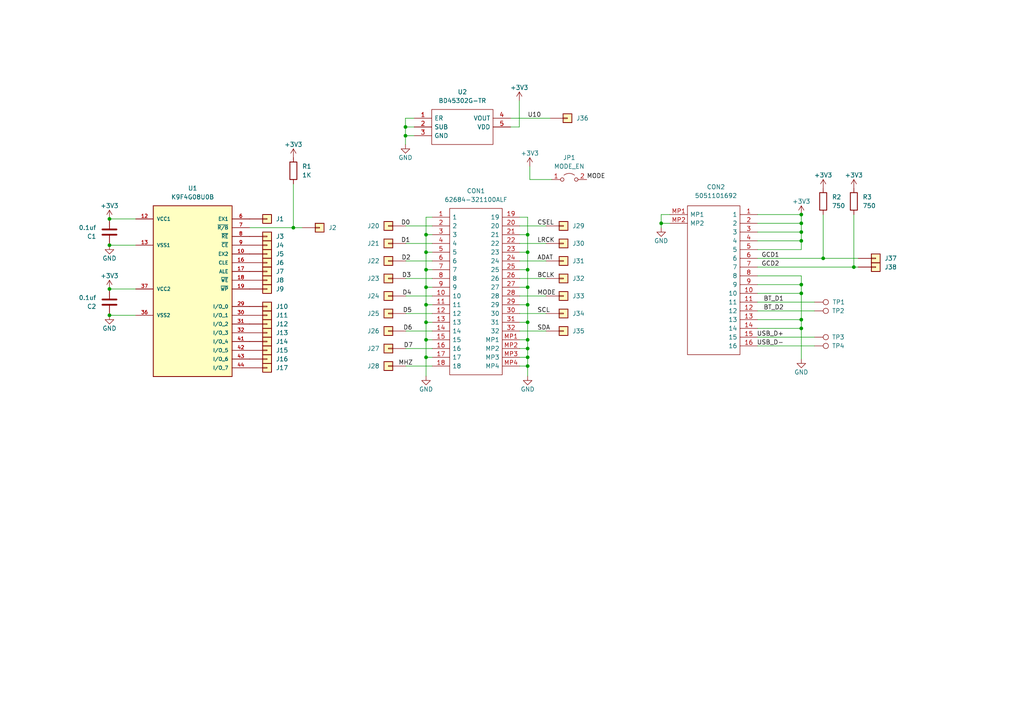
<source format=kicad_sch>
(kicad_sch (version 20210621) (generator eeschema)
  (paper "A4")
  (title_block (rev "3.1"))
  (lib_symbols
    (symbol "5051101692:5051101692" (pin_names (offset 0.762))
      (property "Reference" "J" (at 21.59 7.62 0))
      (property "Value" "5051101692" (at 21.59 5.08 0))
      (symbol "5051101692_0_0"
        (pin passive line (at 25.4 0 180) (length 5.08) (name "1") (number "1"))
        (pin passive line (at 25.4 -22.86 180) (length 5.08) (name "10") (number "10"))
        (pin passive line (at 25.4 -25.4 180) (length 5.08) (name "11") (number "11"))
        (pin passive line (at 25.4 -27.94 180) (length 5.08) (name "12") (number "12"))
        (pin passive line (at 25.4 -30.48 180) (length 5.08) (name "13") (number "13"))
        (pin passive line (at 25.4 -33.02 180) (length 5.08) (name "14") (number "14"))
        (pin passive line (at 25.4 -35.56 180) (length 5.08) (name "15") (number "15"))
        (pin passive line (at 25.4 -38.1 180) (length 5.08) (name "16") (number "16"))
        (pin passive line (at 25.4 -2.54 180) (length 5.08) (name "2") (number "2"))
        (pin passive line (at 25.4 -5.08 180) (length 5.08) (name "3") (number "3"))
        (pin passive line (at 25.4 -7.62 180) (length 5.08) (name "4") (number "4"))
        (pin passive line (at 25.4 -10.16 180) (length 5.08) (name "5") (number "5"))
        (pin passive line (at 25.4 -12.7 180) (length 5.08) (name "6") (number "6"))
        (pin passive line (at 25.4 -15.24 180) (length 5.08) (name "7") (number "7"))
        (pin passive line (at 25.4 -17.78 180) (length 5.08) (name "8") (number "8"))
        (pin passive line (at 25.4 -20.32 180) (length 5.08) (name "9") (number "9"))
        (pin passive line (at 0 0 0) (length 5.08) (name "MP1") (number "MP1"))
        (pin passive line (at 0 -2.54 0) (length 5.08) (name "MP2") (number "MP2"))
      )
      (symbol "5051101692_0_1"
        (polyline (pts (xy 5.08 2.54) (xy 20.32 2.54) (xy 20.32 -40.64) (xy 5.08 -40.64) (xy 5.08 2.54)) (stroke (width 0.1524)))
      )
    )
    (symbol "62684-321100ALF:62684-321100ALF" (pin_names (offset 0.762))
      (property "Reference" "J" (at 21.59 7.62 0))
      (property "Value" "62684-321100ALF" (at 21.59 5.08 0))
      (symbol "62684-321100ALF_0_0"
        (pin passive line (at 0 0 0) (length 5.08) (name "1") (number "1"))
        (pin passive line (at 0 -22.86 0) (length 5.08) (name "10") (number "10"))
        (pin passive line (at 0 -25.4 0) (length 5.08) (name "11") (number "11"))
        (pin passive line (at 0 -27.94 0) (length 5.08) (name "12") (number "12"))
        (pin passive line (at 0 -30.48 0) (length 5.08) (name "13") (number "13"))
        (pin passive line (at 0 -33.02 0) (length 5.08) (name "14") (number "14"))
        (pin passive line (at 0 -35.56 0) (length 5.08) (name "15") (number "15"))
        (pin passive line (at 0 -38.1 0) (length 5.08) (name "16") (number "16"))
        (pin passive line (at 0 -40.64 0) (length 5.08) (name "17") (number "17"))
        (pin passive line (at 0 -43.18 0) (length 5.08) (name "18") (number "18"))
        (pin passive line (at 25.4 0 180) (length 5.08) (name "19") (number "19"))
        (pin passive line (at 0 -2.54 0) (length 5.08) (name "2") (number "2"))
        (pin passive line (at 25.4 -2.54 180) (length 5.08) (name "20") (number "20"))
        (pin passive line (at 25.4 -5.08 180) (length 5.08) (name "21") (number "21"))
        (pin passive line (at 25.4 -7.62 180) (length 5.08) (name "22") (number "22"))
        (pin passive line (at 25.4 -10.16 180) (length 5.08) (name "23") (number "23"))
        (pin passive line (at 25.4 -12.7 180) (length 5.08) (name "24") (number "24"))
        (pin passive line (at 25.4 -15.24 180) (length 5.08) (name "25") (number "25"))
        (pin passive line (at 25.4 -17.78 180) (length 5.08) (name "26") (number "26"))
        (pin passive line (at 25.4 -20.32 180) (length 5.08) (name "27") (number "27"))
        (pin passive line (at 25.4 -22.86 180) (length 5.08) (name "28") (number "28"))
        (pin passive line (at 25.4 -25.4 180) (length 5.08) (name "29") (number "29"))
        (pin passive line (at 0 -5.08 0) (length 5.08) (name "3") (number "3"))
        (pin passive line (at 25.4 -27.94 180) (length 5.08) (name "30") (number "30"))
        (pin passive line (at 25.4 -30.48 180) (length 5.08) (name "31") (number "31"))
        (pin passive line (at 25.4 -33.02 180) (length 5.08) (name "32") (number "32"))
        (pin passive line (at 0 -7.62 0) (length 5.08) (name "4") (number "4"))
        (pin passive line (at 0 -10.16 0) (length 5.08) (name "5") (number "5"))
        (pin passive line (at 0 -12.7 0) (length 5.08) (name "6") (number "6"))
        (pin passive line (at 0 -15.24 0) (length 5.08) (name "7") (number "7"))
        (pin passive line (at 0 -17.78 0) (length 5.08) (name "8") (number "8"))
        (pin passive line (at 0 -20.32 0) (length 5.08) (name "9") (number "9"))
        (pin passive line (at 25.4 -35.56 180) (length 5.08) (name "MP1") (number "MP1"))
        (pin passive line (at 25.4 -38.1 180) (length 5.08) (name "MP2") (number "MP2"))
        (pin passive line (at 25.4 -40.64 180) (length 5.08) (name "MP3") (number "MP3"))
        (pin passive line (at 25.4 -43.18 180) (length 5.08) (name "MP4") (number "MP4"))
      )
      (symbol "62684-321100ALF_0_1"
        (polyline (pts (xy 5.08 2.54) (xy 20.32 2.54) (xy 20.32 -45.72) (xy 5.08 -45.72) (xy 5.08 2.54)) (stroke (width 0.1524)))
      )
    )
    (symbol "BD45302G-TR:BD45302G-TR" (pin_names (offset 0.762))
      (property "Reference" "IC" (at 24.13 7.62 0))
      (property "Value" "BD45302G-TR" (at 24.13 5.08 0))
      (symbol "BD45302G-TR_0_0"
        (pin passive line (at 0 0 0) (length 5.08) (name "ER") (number "1"))
        (pin passive line (at 0 -2.54 0) (length 5.08) (name "SUB") (number "2"))
        (pin passive line (at 0 -5.08 0) (length 5.08) (name "GND") (number "3"))
        (pin passive line (at 27.94 0 180) (length 5.08) (name "VOUT") (number "4"))
        (pin passive line (at 27.94 -2.54 180) (length 5.08) (name "VDD") (number "5"))
      )
      (symbol "BD45302G-TR_0_1"
        (polyline (pts (xy 5.08 2.54) (xy 22.86 2.54) (xy 22.86 -7.62) (xy 5.08 -7.62) (xy 5.08 2.54)) (stroke (width 0.1524)))
      )
    )
    (symbol "Connector:TestPoint" (pin_numbers hide) (pin_names (offset 0.762) hide)
      (property "Reference" "TP" (at 0 6.858 0))
      (property "Value" "TestPoint" (at 0 5.08 0))
      (symbol "TestPoint_0_1"
        (circle (center 0 3.302) (radius 0.762))
      )
      (symbol "TestPoint_1_1"
        (pin passive line (at 0 0 90) (length 2.54) (name "1") (number "1"))
      )
    )
    (symbol "Connector_Generic:Conn_01x01" (pin_numbers hide) (pin_names (offset 1.016) hide)
      (property "Reference" "J" (at 0 2.54 0))
      (property "Value" "Conn_01x01" (at 0 -2.54 0))
      (symbol "Conn_01x01_1_1"
        (rectangle (start -1.27 0.127) (end 0 -0.127) (stroke (width 0.1524)))
        (rectangle (start -1.27 1.27) (end 1.27 -1.27) (stroke (width 0.254)) (fill (type background)))
        (pin passive line (at -5.08 0 0) (length 3.81) (name "Pin_1") (number "1"))
      )
    )
    (symbol "Device:C" (pin_numbers hide) (pin_names (offset 0.254))
      (property "Reference" "C" (at 0.635 2.54 0))
      (property "Value" "C" (at 0.635 -2.54 0))
      (symbol "C_0_1"
        (polyline (pts (xy -2.032 -0.762) (xy 2.032 -0.762)) (stroke (width 0.508)))
        (polyline (pts (xy -2.032 0.762) (xy 2.032 0.762)) (stroke (width 0.508)))
      )
      (symbol "C_1_1"
        (pin passive line (at 0 3.81 270) (length 2.794) (name "~") (number "1"))
        (pin passive line (at 0 -3.81 90) (length 2.794) (name "~") (number "2"))
      )
    )
    (symbol "Device:R" (pin_numbers hide) (pin_names (offset 0))
      (property "Reference" "R" (at 2.032 0 90))
      (property "Value" "R" (at 0 0 90))
      (symbol "R_0_1"
        (rectangle (start -1.016 -2.54) (end 1.016 2.54) (stroke (width 0.254)))
      )
      (symbol "R_1_1"
        (pin passive line (at 0 3.81 270) (length 1.27) (name "~") (number "1"))
        (pin passive line (at 0 -3.81 90) (length 1.27) (name "~") (number "2"))
      )
    )
    (symbol "Jumper:Jumper_2_Open" (pin_names (offset 0) hide)
      (property "Reference" "JP" (at 0 2.794 0))
      (property "Value" "Jumper_2_Open" (at 0 -2.286 0))
      (symbol "Jumper_2_Open_0_0"
        (circle (center -2.032 0) (radius 0.508))
        (circle (center 2.032 0) (radius 0.508))
      )
      (symbol "Jumper_2_Open_0_1"
        (arc (start -1.524 1.27) (end 1.524 1.27) (radius (at 0 -0.762) (length 2.54) (angles 126.9 53.1)))
      )
      (symbol "Jumper_2_Open_1_1"
        (pin passive line (at -5.08 0 0) (length 2.54) (name "A") (number "1"))
        (pin passive line (at 5.08 0 180) (length 2.54) (name "B") (number "2"))
      )
    )
    (symbol "K9F4G08U0B:K9F4G08U0B_1" (pin_names (offset 1.016))
      (property "Reference" "U1" (at 11.43 54.61 0))
      (property "Value" "K9F4G08U0B" (at 11.43 52.07 0))
      (symbol "K9F4G08U0B_1_0_0"
        (pin bidirectional line (at 27.94 35.56 180) (length 5.08) (name "EX2") (number "10"))
        (pin passive line (at -5.08 45.72 0) (length 5.08) (name "VCC1") (number "12"))
        (pin passive line (at -5.08 38.1 0) (length 5.08) (name "VSS1") (number "13"))
        (pin bidirectional line (at 27.94 33.02 180) (length 5.08) (name "CLE") (number "16"))
        (pin bidirectional line (at 27.94 30.48 180) (length 5.08) (name "ALE") (number "17"))
        (pin bidirectional line (at 27.94 27.94 180) (length 5.08) (name "~{WE}") (number "18"))
        (pin bidirectional line (at 27.94 25.4 180) (length 5.08) (name "~{WP}") (number "19"))
        (pin bidirectional line (at 27.94 20.32 180) (length 5.08) (name "I/O_0") (number "29"))
        (pin bidirectional line (at 27.94 17.78 180) (length 5.08) (name "I/O_1") (number "30"))
        (pin bidirectional line (at 27.94 15.24 180) (length 5.08) (name "I/O_2") (number "31"))
        (pin bidirectional line (at 27.94 12.7 180) (length 5.08) (name "I/O_3") (number "32"))
        (pin passive line (at -5.08 17.78 0) (length 5.08) (name "VSS2") (number "36"))
        (pin passive line (at -5.08 25.4 0) (length 5.08) (name "VCC2") (number "37"))
        (pin bidirectional line (at 27.94 10.16 180) (length 5.08) (name "I/O_4") (number "41"))
        (pin bidirectional line (at 27.94 7.62 180) (length 5.08) (name "I/O_5") (number "42"))
        (pin bidirectional line (at 27.94 5.08 180) (length 5.08) (name "I/O_6") (number "43"))
        (pin bidirectional line (at 27.94 2.54 180) (length 5.08) (name "I/O_7") (number "44"))
        (pin bidirectional line (at 27.94 45.72 180) (length 5.08) (name "EX1") (number "6"))
        (pin bidirectional line (at 27.94 43.18 180) (length 5.08) (name "~{R/B}") (number "7"))
        (pin bidirectional line (at 27.94 40.64 180) (length 5.08) (name "~{RE}") (number "8"))
        (pin bidirectional line (at 27.94 38.1 180) (length 5.08) (name "~{CE}") (number "9"))
      )
      (symbol "K9F4G08U0B_1_0_1"
        (rectangle (start 0 49.53) (end 22.86 0) (stroke (width 0.254)) (fill (type background)))
      )
    )
    (symbol "power:+3V3" (power) (pin_names (offset 0))
      (property "Value" "+3V3" (at 0 3.556 0))
      (symbol "+3V3_0_1"
        (polyline (pts (xy -0.762 1.27) (xy 0 2.54)))
        (polyline (pts (xy 0 0) (xy 0 2.54)))
        (polyline (pts (xy 0 2.54) (xy 0.762 1.27)))
      )
      (symbol "+3V3_1_1"
        (pin power_in line (at 0 0 90) (length 0) hide (name "+3V3") (number "1"))
      )
    )
    (symbol "power:GND" (power) (pin_names (offset 0))
      (property "Value" "GND" (at 0 -3.81 0))
      (symbol "GND_0_1"
        (polyline (pts (xy 0 0) (xy 0 -1.27) (xy 1.27 -1.27) (xy 0 -2.54) (xy -1.27 -1.27) (xy 0 -1.27)))
      )
      (symbol "GND_1_1"
        (pin power_in line (at 0 0 270) (length 0) hide (name "GND") (number "1"))
      )
    )
  )
  (junction (at 31.75 63.5) (diameter 0.9144))
  (junction (at 31.75 71.12) (diameter 0.9144))
  (junction (at 31.75 83.82) (diameter 0.9144))
  (junction (at 31.75 91.44) (diameter 0.9144))
  (junction (at 85.09 66.04) (diameter 0.9144))
  (junction (at 117.602 36.83) (diameter 0.9144))
  (junction (at 117.602 39.37) (diameter 0.9144))
  (junction (at 123.571 68.072) (diameter 0.9144))
  (junction (at 123.571 73.152) (diameter 0.9144))
  (junction (at 123.571 78.232) (diameter 0.9144))
  (junction (at 123.571 83.312) (diameter 0.9144))
  (junction (at 123.571 88.392) (diameter 0.9144))
  (junction (at 123.571 93.472) (diameter 0.9144))
  (junction (at 123.571 98.552) (diameter 0.9144))
  (junction (at 123.571 103.632) (diameter 0.9144))
  (junction (at 153.035 68.072) (diameter 0.9144))
  (junction (at 153.035 73.152) (diameter 0.9144))
  (junction (at 153.035 78.232) (diameter 0.9144))
  (junction (at 153.035 83.312) (diameter 0.9144))
  (junction (at 153.035 88.392) (diameter 0.9144))
  (junction (at 153.035 93.472) (diameter 0.9144))
  (junction (at 153.035 98.552) (diameter 0.9144))
  (junction (at 153.035 101.092) (diameter 0.9144))
  (junction (at 153.035 103.632) (diameter 0.9144))
  (junction (at 153.035 106.172) (diameter 0.9144))
  (junction (at 191.77 64.77) (diameter 0.9144))
  (junction (at 232.41 62.23) (diameter 0.9144))
  (junction (at 232.41 64.77) (diameter 0.9144))
  (junction (at 232.41 67.31) (diameter 0.9144))
  (junction (at 232.41 69.85) (diameter 0.9144))
  (junction (at 232.41 82.55) (diameter 0.9144))
  (junction (at 232.41 85.09) (diameter 0.9144))
  (junction (at 232.41 92.71) (diameter 0.9144))
  (junction (at 232.41 95.25) (diameter 0.9144))
  (junction (at 238.76 74.93) (diameter 0.9144))
  (junction (at 247.65 77.47) (diameter 0.9144))
  (wire (pts (xy 31.75 63.5) (xy 39.37 63.5)))
  (wire (pts (xy 31.75 71.12) (xy 39.37 71.12)))
  (wire (pts (xy 31.75 83.82) (xy 39.37 83.82)))
  (wire (pts (xy 31.75 91.44) (xy 39.37 91.44)))
  (wire (pts (xy 85.09 53.34) (xy 85.09 66.04)))
  (wire (pts (xy 85.09 66.04) (xy 72.39 66.04)))
  (wire (pts (xy 87.63 66.04) (xy 85.09 66.04)))
  (wire (pts (xy 117.602 34.29) (xy 117.602 36.83)))
  (wire (pts (xy 117.602 36.83) (xy 117.602 39.37)))
  (wire (pts (xy 117.602 36.83) (xy 120.142 36.83)))
  (wire (pts (xy 117.602 39.37) (xy 117.602 41.91)))
  (wire (pts (xy 117.602 39.37) (xy 120.142 39.37)))
  (wire (pts (xy 117.729 65.532) (xy 125.349 65.532)))
  (wire (pts (xy 117.729 70.612) (xy 125.349 70.612)))
  (wire (pts (xy 117.729 75.692) (xy 125.349 75.692)))
  (wire (pts (xy 117.729 80.772) (xy 125.349 80.772)))
  (wire (pts (xy 117.729 85.852) (xy 125.349 85.852)))
  (wire (pts (xy 117.729 90.932) (xy 125.349 90.932)))
  (wire (pts (xy 117.729 96.012) (xy 125.349 96.012)))
  (wire (pts (xy 117.729 101.092) (xy 125.349 101.092)))
  (wire (pts (xy 117.729 106.172) (xy 125.349 106.172)))
  (wire (pts (xy 120.142 34.29) (xy 117.602 34.29)))
  (wire (pts (xy 123.571 62.992) (xy 125.349 62.992)))
  (wire (pts (xy 123.571 68.072) (xy 123.571 62.992)))
  (wire (pts (xy 123.571 68.072) (xy 125.349 68.072)))
  (wire (pts (xy 123.571 73.152) (xy 123.571 68.072)))
  (wire (pts (xy 123.571 73.152) (xy 125.349 73.152)))
  (wire (pts (xy 123.571 78.232) (xy 123.571 73.152)))
  (wire (pts (xy 123.571 78.232) (xy 125.349 78.232)))
  (wire (pts (xy 123.571 83.312) (xy 123.571 78.232)))
  (wire (pts (xy 123.571 83.312) (xy 125.349 83.312)))
  (wire (pts (xy 123.571 88.392) (xy 123.571 83.312)))
  (wire (pts (xy 123.571 88.392) (xy 125.349 88.392)))
  (wire (pts (xy 123.571 93.472) (xy 123.571 88.392)))
  (wire (pts (xy 123.571 93.472) (xy 125.349 93.472)))
  (wire (pts (xy 123.571 98.552) (xy 123.571 93.472)))
  (wire (pts (xy 123.571 98.552) (xy 123.571 103.632)))
  (wire (pts (xy 123.571 103.632) (xy 123.571 109.093)))
  (wire (pts (xy 125.349 98.552) (xy 123.571 98.552)))
  (wire (pts (xy 125.349 103.632) (xy 123.571 103.632)))
  (wire (pts (xy 148.082 34.29) (xy 159.512 34.29)))
  (wire (pts (xy 148.082 36.83) (xy 150.622 36.83)))
  (wire (pts (xy 150.622 36.83) (xy 150.622 29.21)))
  (wire (pts (xy 150.749 62.992) (xy 153.035 62.992)))
  (wire (pts (xy 150.749 68.072) (xy 153.035 68.072)))
  (wire (pts (xy 150.749 73.152) (xy 153.035 73.152)))
  (wire (pts (xy 150.749 78.232) (xy 153.035 78.232)))
  (wire (pts (xy 150.749 83.312) (xy 153.035 83.312)))
  (wire (pts (xy 150.749 88.392) (xy 153.035 88.392)))
  (wire (pts (xy 150.749 90.932) (xy 158.369 90.932)))
  (wire (pts (xy 150.749 93.472) (xy 153.035 93.472)))
  (wire (pts (xy 150.749 96.012) (xy 158.369 96.012)))
  (wire (pts (xy 150.749 98.552) (xy 153.035 98.552)))
  (wire (pts (xy 150.749 101.092) (xy 153.035 101.092)))
  (wire (pts (xy 150.749 103.632) (xy 153.035 103.632)))
  (wire (pts (xy 150.749 106.172) (xy 153.035 106.172)))
  (wire (pts (xy 153.035 68.072) (xy 153.035 62.992)))
  (wire (pts (xy 153.035 73.152) (xy 153.035 68.072)))
  (wire (pts (xy 153.035 78.232) (xy 153.035 73.152)))
  (wire (pts (xy 153.035 78.232) (xy 153.035 83.312)))
  (wire (pts (xy 153.035 83.312) (xy 153.035 88.392)))
  (wire (pts (xy 153.035 88.392) (xy 153.035 93.472)))
  (wire (pts (xy 153.035 93.472) (xy 153.035 98.552)))
  (wire (pts (xy 153.035 98.552) (xy 153.035 101.092)))
  (wire (pts (xy 153.035 101.092) (xy 153.035 103.632)))
  (wire (pts (xy 153.035 103.632) (xy 153.035 106.172)))
  (wire (pts (xy 153.035 106.172) (xy 153.035 109.093)))
  (wire (pts (xy 153.67 48.26) (xy 153.67 52.07)))
  (wire (pts (xy 153.67 52.07) (xy 160.02 52.07)))
  (wire (pts (xy 158.369 65.532) (xy 150.749 65.532)))
  (wire (pts (xy 158.369 70.612) (xy 150.749 70.612)))
  (wire (pts (xy 158.369 75.692) (xy 150.749 75.692)))
  (wire (pts (xy 158.369 80.772) (xy 150.749 80.772)))
  (wire (pts (xy 158.369 85.852) (xy 150.749 85.852)))
  (wire (pts (xy 191.77 62.23) (xy 191.77 64.77)))
  (wire (pts (xy 191.77 64.77) (xy 191.77 66.04)))
  (wire (pts (xy 191.77 64.77) (xy 194.31 64.77)))
  (wire (pts (xy 194.31 62.23) (xy 191.77 62.23)))
  (wire (pts (xy 219.71 62.23) (xy 232.41 62.23)))
  (wire (pts (xy 219.71 64.77) (xy 232.41 64.77)))
  (wire (pts (xy 219.71 67.31) (xy 232.41 67.31)))
  (wire (pts (xy 219.71 69.85) (xy 232.41 69.85)))
  (wire (pts (xy 219.71 72.39) (xy 232.41 72.39)))
  (wire (pts (xy 219.71 80.01) (xy 232.41 80.01)))
  (wire (pts (xy 219.71 82.55) (xy 232.41 82.55)))
  (wire (pts (xy 219.71 85.09) (xy 232.41 85.09)))
  (wire (pts (xy 219.71 87.63) (xy 236.22 87.63)))
  (wire (pts (xy 219.71 90.17) (xy 236.22 90.17)))
  (wire (pts (xy 219.71 92.71) (xy 232.41 92.71)))
  (wire (pts (xy 219.71 95.25) (xy 232.41 95.25)))
  (wire (pts (xy 219.71 97.79) (xy 236.22 97.79)))
  (wire (pts (xy 219.71 100.33) (xy 236.22 100.33)))
  (wire (pts (xy 232.41 64.77) (xy 232.41 62.23)))
  (wire (pts (xy 232.41 67.31) (xy 232.41 64.77)))
  (wire (pts (xy 232.41 69.85) (xy 232.41 67.31)))
  (wire (pts (xy 232.41 72.39) (xy 232.41 69.85)))
  (wire (pts (xy 232.41 80.01) (xy 232.41 82.55)))
  (wire (pts (xy 232.41 82.55) (xy 232.41 85.09)))
  (wire (pts (xy 232.41 85.09) (xy 232.41 92.71)))
  (wire (pts (xy 232.41 92.71) (xy 232.41 95.25)))
  (wire (pts (xy 232.41 95.25) (xy 232.41 104.14)))
  (wire (pts (xy 238.76 62.23) (xy 238.76 74.93)))
  (wire (pts (xy 238.76 74.93) (xy 219.71 74.93)))
  (wire (pts (xy 238.76 74.93) (xy 248.92 74.93)))
  (wire (pts (xy 247.65 62.23) (xy 247.65 77.47)))
  (wire (pts (xy 247.65 77.47) (xy 219.71 77.47)))
  (wire (pts (xy 248.92 77.47) (xy 247.65 77.47)))
  (label "D0" (at 118.999 65.532 180))
  (label "D1" (at 118.999 70.612 180))
  (label "D2" (at 119.126 75.692 180))
  (label "D3" (at 119.253 80.772 180))
  (label "D4" (at 119.38 85.852 180))
  (label "D5" (at 119.507 90.932 180))
  (label "D6" (at 119.634 96.012 180))
  (label "D7" (at 119.761 101.092 180))
  (label "MHZ" (at 119.761 106.172 180))
  (label "CSEL" (at 155.829 65.532 0))
  (label "LRCK" (at 155.829 70.612 0))
  (label "ADAT" (at 155.829 75.692 0))
  (label "BCLK" (at 155.829 80.772 0))
  (label "MODE" (at 155.829 85.852 0))
  (label "SCL" (at 155.829 90.932 0))
  (label "SDA" (at 155.829 96.012 0))
  (label "U10" (at 156.972 34.29 180))
  (label "MODE" (at 170.18 52.07 0))
  (label "GCD1" (at 226.06 74.93 180))
  (label "GCD2" (at 226.06 77.47 180))
  (label "BT_D1" (at 227.33 87.63 180))
  (label "BT_D2" (at 227.33 90.17 180))
  (label "USB_D+" (at 227.33 97.79 180))
  (label "USB_D-" (at 227.33 100.33 180))
  (symbol (lib_id "power:+3V3") (at 31.75 63.5 0) (unit 1)
    (property "Reference" "#PWR0103" (effects hide))
    (property "Value" "+3V3" (at 31.75 59.69 0))
  )
  (symbol (lib_id "power:+3V3") (at 31.75 83.82 0) (unit 1)
    (property "Reference" "#PWR0104" (effects hide))
    (property "Value" "+3V3" (at 31.75 80.01 0))
  )
  (symbol (lib_id "power:+3V3") (at 85.09 45.72 0) (unit 1)
    (property "Reference" "#PWR0113" (effects hide))
    (property "Value" "+3V3" (at 85.09 41.91 0))
  )
  (symbol (lib_id "power:+3V3") (at 150.622 29.21 0) (mirror y) (unit 1)
    (property "Reference" "#PWR0110" (effects hide))
    (property "Value" "+3V3" (at 150.622 25.4 0))
  )
  (symbol (lib_id "power:+3V3") (at 153.67 48.26 0) (mirror y) (unit 1)
    (property "Reference" "#PWR0116" (effects hide))
    (property "Value" "+3V3" (at 153.67 44.45 0))
  )
  (symbol (lib_id "power:+3V3") (at 232.41 62.23 0) (unit 1)
    (property "Reference" "#PWR0108" (effects hide))
    (property "Value" "+3V3" (at 232.41 58.42 0))
  )
  (symbol (lib_id "power:+3V3") (at 238.76 54.61 0) (unit 1)
    (property "Reference" "#PWR0115" (effects hide))
    (property "Value" "+3V3" (at 238.76 50.8 0))
  )
  (symbol (lib_id "power:+3V3") (at 247.65 54.61 0) (unit 1)
    (property "Reference" "#PWR0114" (effects hide))
    (property "Value" "+3V3" (at 247.65 50.8 0))
  )
  (symbol (lib_id "Connector:TestPoint") (at 236.22 87.63 270) (unit 1)
    (property "Reference" "TP1" (at 245.11 87.63 90) (effects (justify right)))
    (property "Value" "TestPoint" (effects hide))
    (property "Footprint" "TestPoint:TestPoint_Pad_D1.5mm" (effects hide))
  )
  (symbol (lib_id "Connector:TestPoint") (at 236.22 90.17 270) (unit 1)
    (property "Reference" "TP2" (at 241.3 90.17 90) (effects (justify left)))
    (property "Value" "TestPoint" (effects hide))
    (property "Footprint" "TestPoint:TestPoint_Pad_D1.5mm" (effects hide))
  )
  (symbol (lib_id "Connector:TestPoint") (at 236.22 97.79 270) (unit 1)
    (property "Reference" "TP3" (at 241.3 97.79 90) (effects (justify left)))
    (property "Value" "TestPoint" (effects hide))
    (property "Footprint" "TestPoint:TestPoint_Pad_D1.5mm" (effects hide))
  )
  (symbol (lib_id "Connector:TestPoint") (at 236.22 100.33 270) (unit 1)
    (property "Reference" "TP4" (at 241.3 100.33 90) (effects (justify left)))
    (property "Value" "TestPoint" (effects hide))
    (property "Footprint" "TestPoint:TestPoint_Pad_D1.5mm" (effects hide))
  )
  (symbol (lib_id "power:GND") (at 31.75 71.12 0) (unit 1)
    (property "Reference" "#PWR0102" (effects hide))
    (property "Value" "GND" (at 31.75 74.93 0))
  )
  (symbol (lib_id "power:GND") (at 31.75 91.44 0) (unit 1)
    (property "Reference" "#PWR0101" (effects hide))
    (property "Value" "GND" (at 31.75 95.25 0))
  )
  (symbol (lib_id "power:GND") (at 117.602 41.91 0) (unit 1)
    (property "Reference" "#PWR0111" (effects hide))
    (property "Value" "GND" (at 117.602 45.72 0))
  )
  (symbol (lib_id "power:GND") (at 123.571 109.093 0) (mirror y) (unit 1)
    (property "Reference" "#PWR0105" (effects hide))
    (property "Value" "GND" (at 123.571 112.903 0))
  )
  (symbol (lib_id "power:GND") (at 153.035 109.093 0) (unit 1)
    (property "Reference" "#PWR0106" (effects hide))
    (property "Value" "GND" (at 153.035 112.903 0))
  )
  (symbol (lib_id "power:GND") (at 191.77 66.04 0) (unit 1)
    (property "Reference" "#PWR0107" (effects hide))
    (property "Value" "GND" (at 191.77 69.85 0))
  )
  (symbol (lib_id "power:GND") (at 232.41 104.14 0) (unit 1)
    (property "Reference" "#PWR0109" (effects hide))
    (property "Value" "GND" (at 232.41 107.95 0))
  )
  (symbol (lib_id "Connector_Generic:Conn_01x01") (at 77.47 63.5 0) (unit 1)
    (property "Reference" "J1" (at 80.01 63.5 0) (effects (justify left)))
    (property "Value" "Conn_01x01" (effects hide))
    (property "Footprint" "project_components:wii-single-via-0.45mm" (effects hide))
  )
  (symbol (lib_id "Connector_Generic:Conn_01x01") (at 77.47 68.58 0) (unit 1)
    (property "Reference" "J3" (at 80.01 68.58 0) (effects (justify left)))
    (property "Value" "Conn_01x01" (effects hide))
    (property "Footprint" "project_components:wii-single-via-0.45mm" (effects hide))
  )
  (symbol (lib_id "Connector_Generic:Conn_01x01") (at 77.47 71.12 0) (unit 1)
    (property "Reference" "J4" (at 80.01 71.12 0) (effects (justify left)))
    (property "Value" "Conn_01x01" (effects hide))
    (property "Footprint" "project_components:wii-single-via-0.45mm" (effects hide))
  )
  (symbol (lib_id "Connector_Generic:Conn_01x01") (at 77.47 73.66 0) (unit 1)
    (property "Reference" "J5" (at 80.01 73.66 0) (effects (justify left)))
    (property "Value" "Conn_01x01" (effects hide))
    (property "Footprint" "project_components:wii-single-via-0.45mm" (effects hide))
  )
  (symbol (lib_id "Connector_Generic:Conn_01x01") (at 77.47 76.2 0) (unit 1)
    (property "Reference" "J6" (at 80.01 76.2 0) (effects (justify left)))
    (property "Value" "Conn_01x01" (effects hide))
    (property "Footprint" "project_components:wii-single-via-0.45mm" (effects hide))
  )
  (symbol (lib_id "Connector_Generic:Conn_01x01") (at 77.47 78.74 0) (unit 1)
    (property "Reference" "J7" (at 80.01 78.74 0) (effects (justify left)))
    (property "Value" "Conn_01x01" (effects hide))
    (property "Footprint" "project_components:wii-single-via-0.45mm" (effects hide))
  )
  (symbol (lib_id "Connector_Generic:Conn_01x01") (at 77.47 81.28 0) (unit 1)
    (property "Reference" "J8" (at 80.01 81.28 0) (effects (justify left)))
    (property "Value" "Conn_01x01" (effects hide))
    (property "Footprint" "project_components:wii-single-via-0.45mm" (effects hide))
  )
  (symbol (lib_id "Connector_Generic:Conn_01x01") (at 77.47 83.82 0) (unit 1)
    (property "Reference" "J9" (at 80.01 83.82 0) (effects (justify left)))
    (property "Value" "Conn_01x01" (effects hide))
    (property "Footprint" "project_components:wii-single-via-0.45mm" (effects hide))
  )
  (symbol (lib_id "Connector_Generic:Conn_01x01") (at 77.47 88.9 0) (unit 1)
    (property "Reference" "J10" (at 80.01 88.9 0) (effects (justify left)))
    (property "Value" "Conn_01x01" (effects hide))
    (property "Footprint" "project_components:wii-single-via-0.45mm" (effects hide))
  )
  (symbol (lib_id "Connector_Generic:Conn_01x01") (at 77.47 91.44 0) (unit 1)
    (property "Reference" "J11" (at 80.01 91.44 0) (effects (justify left)))
    (property "Value" "Conn_01x01" (effects hide))
    (property "Footprint" "project_components:wii-single-via-0.45mm" (effects hide))
  )
  (symbol (lib_id "Connector_Generic:Conn_01x01") (at 77.47 93.98 0) (unit 1)
    (property "Reference" "J12" (at 80.01 93.98 0) (effects (justify left)))
    (property "Value" "Conn_01x01" (effects hide))
    (property "Footprint" "project_components:wii-single-via-0.45mm" (effects hide))
  )
  (symbol (lib_id "Connector_Generic:Conn_01x01") (at 77.47 96.52 0) (unit 1)
    (property "Reference" "J13" (at 80.01 96.52 0) (effects (justify left)))
    (property "Value" "Conn_01x01" (effects hide))
    (property "Footprint" "project_components:wii-single-via-0.45mm" (effects hide))
  )
  (symbol (lib_id "Connector_Generic:Conn_01x01") (at 77.47 99.06 0) (unit 1)
    (property "Reference" "J14" (at 80.01 99.06 0) (effects (justify left)))
    (property "Value" "Conn_01x01" (effects hide))
    (property "Footprint" "project_components:wii-single-via-0.45mm" (effects hide))
  )
  (symbol (lib_id "Connector_Generic:Conn_01x01") (at 77.47 101.6 0) (unit 1)
    (property "Reference" "J15" (at 80.01 101.6 0) (effects (justify left)))
    (property "Value" "Conn_01x01" (effects hide))
    (property "Footprint" "project_components:wii-single-via-0.45mm" (effects hide))
  )
  (symbol (lib_id "Connector_Generic:Conn_01x01") (at 77.47 104.14 0) (unit 1)
    (property "Reference" "J16" (at 80.01 104.14 0) (effects (justify left)))
    (property "Value" "Conn_01x01" (effects hide))
    (property "Footprint" "project_components:wii-single-via-0.45mm" (effects hide))
  )
  (symbol (lib_id "Connector_Generic:Conn_01x01") (at 77.47 106.68 0) (unit 1)
    (property "Reference" "J17" (at 80.01 106.68 0) (effects (justify left)))
    (property "Value" "Conn_01x01" (effects hide))
    (property "Footprint" "project_components:wii-single-via-0.45mm" (effects hide))
  )
  (symbol (lib_id "Connector_Generic:Conn_01x01") (at 92.71 66.04 0) (unit 1)
    (property "Reference" "J2" (at 95.25 66.04 0) (effects (justify left)))
    (property "Value" "Conn_01x01" (effects hide))
    (property "Footprint" "project_components:wii-single-via-0.45mm" (effects hide))
  )
  (symbol (lib_id "Connector_Generic:Conn_01x01") (at 112.649 65.532 180) (unit 1)
    (property "Reference" "J20" (at 110.109 65.532 0) (effects (justify left)))
    (property "Value" "Conn_01x01" (effects hide))
    (property "Footprint" "project_components:wii-single-via-0.45mm" (effects hide))
  )
  (symbol (lib_id "Connector_Generic:Conn_01x01") (at 112.649 70.612 180) (unit 1)
    (property "Reference" "J21" (at 110.109 70.612 0) (effects (justify left)))
    (property "Value" "Conn_01x01" (effects hide))
    (property "Footprint" "project_components:wii-single-via-0.45mm" (effects hide))
  )
  (symbol (lib_id "Connector_Generic:Conn_01x01") (at 112.649 75.692 180) (unit 1)
    (property "Reference" "J22" (at 110.109 75.692 0) (effects (justify left)))
    (property "Value" "Conn_01x01" (effects hide))
    (property "Footprint" "project_components:wii-single-via-0.45mm" (effects hide))
  )
  (symbol (lib_id "Connector_Generic:Conn_01x01") (at 112.649 80.772 180) (unit 1)
    (property "Reference" "J23" (at 110.109 80.772 0) (effects (justify left)))
    (property "Value" "Conn_01x01" (effects hide))
    (property "Footprint" "project_components:wii-single-via-0.45mm" (effects hide))
  )
  (symbol (lib_id "Connector_Generic:Conn_01x01") (at 112.649 85.852 180) (unit 1)
    (property "Reference" "J24" (at 110.109 85.852 0) (effects (justify left)))
    (property "Value" "Conn_01x01" (effects hide))
    (property "Footprint" "project_components:wii-single-via-0.45mm" (effects hide))
  )
  (symbol (lib_id "Connector_Generic:Conn_01x01") (at 112.649 90.932 180) (unit 1)
    (property "Reference" "J25" (at 110.109 90.932 0) (effects (justify left)))
    (property "Value" "Conn_01x01" (effects hide))
    (property "Footprint" "project_components:wii-single-via-0.45mm" (effects hide))
  )
  (symbol (lib_id "Connector_Generic:Conn_01x01") (at 112.649 96.012 180) (unit 1)
    (property "Reference" "J26" (at 110.109 96.012 0) (effects (justify left)))
    (property "Value" "Conn_01x01" (effects hide))
    (property "Footprint" "project_components:wii-single-via-0.45mm" (effects hide))
  )
  (symbol (lib_id "Connector_Generic:Conn_01x01") (at 112.649 101.092 180) (unit 1)
    (property "Reference" "J27" (at 110.109 101.092 0) (effects (justify left)))
    (property "Value" "Conn_01x01" (effects hide))
    (property "Footprint" "project_components:wii-single-via-0.45mm" (effects hide))
  )
  (symbol (lib_id "Connector_Generic:Conn_01x01") (at 112.649 106.172 180) (unit 1)
    (property "Reference" "J28" (at 110.109 106.172 0) (effects (justify left)))
    (property "Value" "Conn_01x01" (effects hide))
    (property "Footprint" "project_components:wii-single-via-0.45mm" (effects hide))
  )
  (symbol (lib_id "Connector_Generic:Conn_01x01") (at 163.449 65.532 0) (unit 1)
    (property "Reference" "J29" (at 165.989 65.532 0) (effects (justify left)))
    (property "Value" "Conn_01x01" (effects hide))
    (property "Footprint" "project_components:wii-single-via-0.45mm" (effects hide))
  )
  (symbol (lib_id "Connector_Generic:Conn_01x01") (at 163.449 70.612 0) (unit 1)
    (property "Reference" "J30" (at 165.989 70.612 0) (effects (justify left)))
    (property "Value" "Conn_01x01" (effects hide))
    (property "Footprint" "project_components:wii-single-via-0.45mm" (effects hide))
  )
  (symbol (lib_id "Connector_Generic:Conn_01x01") (at 163.449 75.692 0) (unit 1)
    (property "Reference" "J31" (at 165.989 75.692 0) (effects (justify left)))
    (property "Value" "Conn_01x01" (effects hide))
    (property "Footprint" "project_components:wii-single-via-0.45mm" (effects hide))
  )
  (symbol (lib_id "Connector_Generic:Conn_01x01") (at 163.449 80.772 0) (unit 1)
    (property "Reference" "J32" (at 165.989 80.772 0) (effects (justify left)))
    (property "Value" "Conn_01x01" (effects hide))
    (property "Footprint" "project_components:wii-single-via-0.45mm" (effects hide))
  )
  (symbol (lib_id "Connector_Generic:Conn_01x01") (at 163.449 85.852 0) (unit 1)
    (property "Reference" "J33" (at 165.989 85.852 0) (effects (justify left)))
    (property "Value" "Conn_01x01" (effects hide))
    (property "Footprint" "project_components:wii-single-via-0.45mm" (effects hide))
  )
  (symbol (lib_id "Connector_Generic:Conn_01x01") (at 163.449 90.932 0) (unit 1)
    (property "Reference" "J34" (at 165.989 90.932 0) (effects (justify left)))
    (property "Value" "Conn_01x01" (effects hide))
    (property "Footprint" "project_components:wii-single-via-0.45mm" (effects hide))
  )
  (symbol (lib_id "Connector_Generic:Conn_01x01") (at 163.449 96.012 0) (unit 1)
    (property "Reference" "J35" (at 165.989 96.012 0) (effects (justify left)))
    (property "Value" "Conn_01x01" (effects hide))
    (property "Footprint" "project_components:wii-single-via-0.45mm" (effects hide))
  )
  (symbol (lib_id "Connector_Generic:Conn_01x01") (at 164.592 34.29 0) (unit 1)
    (property "Reference" "J36" (at 167.132 34.29 0) (effects (justify left)))
    (property "Value" "Conn_01x01" (effects hide))
    (property "Footprint" "project_components:wii-single-via-0.45mm" (effects hide))
  )
  (symbol (lib_id "Connector_Generic:Conn_01x01") (at 254 74.93 0) (unit 1)
    (property "Reference" "J37" (at 256.54 74.93 0) (effects (justify left)))
    (property "Value" "Conn_01x01" (effects hide))
    (property "Footprint" "project_components:wii-single-via-0.45mm" (effects hide))
  )
  (symbol (lib_id "Connector_Generic:Conn_01x01") (at 254 77.47 0) (unit 1)
    (property "Reference" "J38" (at 256.54 77.47 0) (effects (justify left)))
    (property "Value" "Conn_01x01" (effects hide))
    (property "Footprint" "project_components:wii-single-via-0.45mm" (effects hide))
  )
  (symbol (lib_id "Device:R") (at 85.09 49.53 0) (unit 1)
    (property "Reference" "R1" (at 87.63 48.26 0) (effects (justify left)))
    (property "Value" "1K" (at 87.63 50.8 0) (effects (justify left)))
    (property "Footprint" "Resistor_SMD:R_0402_1005Metric_Pad0.72x0.64mm_HandSolder" (effects hide))
  )
  (symbol (lib_id "Device:R") (at 238.76 58.42 0) (unit 1)
    (property "Reference" "R2" (at 241.3 57.15 0) (effects (justify left)))
    (property "Value" "750" (at 241.3 59.69 0) (effects (justify left)))
    (property "Footprint" "Resistor_SMD:R_0402_1005Metric_Pad0.72x0.64mm_HandSolder" (effects hide))
  )
  (symbol (lib_id "Device:R") (at 247.65 58.42 0) (unit 1)
    (property "Reference" "R3" (at 250.19 57.15 0) (effects (justify left)))
    (property "Value" "750" (at 250.19 59.69 0) (effects (justify left)))
    (property "Footprint" "Resistor_SMD:R_0402_1005Metric_Pad0.72x0.64mm_HandSolder" (effects hide))
  )
  (symbol (lib_id "Jumper:Jumper_2_Open") (at 165.1 52.07 0) (unit 1)
    (property "Reference" "JP1" (at 165.1 45.72 0))
    (property "Value" "MODE_EN" (at 165.1 48.26 0))
    (property "Footprint" "Jumper:SolderJumper-2_P1.3mm_Open_Pad1.0x1.5mm" (effects hide))
  )
  (symbol (lib_id "Device:C") (at 31.75 67.31 180) (unit 1)
    (property "Reference" "C1" (at 27.94 68.58 0) (effects (justify left)))
    (property "Value" "0.1uf" (at 27.94 66.04 0) (effects (justify left)))
    (property "Footprint" "Capacitor_SMD:C_0402_1005Metric_Pad0.74x0.62mm_HandSolder" (effects hide))
  )
  (symbol (lib_id "Device:C") (at 31.75 87.63 180) (unit 1)
    (property "Reference" "C2" (at 27.94 88.9 0) (effects (justify left)))
    (property "Value" "0.1uf" (at 27.94 86.36 0) (effects (justify left)))
    (property "Footprint" "Capacitor_SMD:C_0402_1005Metric_Pad0.74x0.62mm_HandSolder" (effects hide))
  )
  (symbol (lib_id "BD45302G-TR:BD45302G-TR") (at 120.142 34.29 0) (unit 1)
    (property "Reference" "U2" (at 134.112 26.67 0))
    (property "Value" "BD45302G-TR" (at 134.112 29.21 0))
    (property "Footprint" "project_components:SOT95P280X125-5N" (effects hide))
    (property "Datasheet" "https://www.rohm.com/datasheet/BD45302G/bd45xxg-e" (effects hide))
    (property "Description" "Voltage Detector with Fixed Delay Time: ROHM\\'s BD45xxxG and BD46xxxG series of reset ICs utilize CMOS processes for low current consumption and high accuracy. The built-in counter timer delay circuit eliminates the need to set the delay time via external capacitor. The extensive lineup includes both Nch Open Drain and CMOS output types in a wide range of detection voltages (from 2.3V to 4.8V, in 0.1V steps), enabling selection of the ideal solution based on customer requirements. A total of 156 models are o" (effects hide))
    (property "Height" "1.25" (effects hide))
    (property "Manufacturer_Name" "ROHM Semiconductor" (effects hide))
    (property "Manufacturer_Part_Number" "BD45302G-TR" (effects hide))
    (property "Mouser Part Number" "755-BD45302G-TR" (effects hide))
    (property "Mouser Price/Stock" "https://www.mouser.co.uk/ProductDetail/ROHM-Semiconductor/BD45302G-TR?qs=4kLU8WoGk0uoAPsIQTArqA%3D%3D" (effects hide))
  )
  (symbol (lib_id "5051101692:5051101692") (at 194.31 62.23 0) (unit 1)
    (property "Reference" "CON2" (at 207.645 54.229 0))
    (property "Value" "5051101692" (at 207.645 56.769 0))
    (property "Footprint" "project_components:5051101692" (effects hide))
    (property "Datasheet" "https://www.arrow.com/en/products/505110-1692/molex" (effects hide))
    (property "Description" "Easy-On FFC/FPC Connector, 0.50mm Pitch, FD19 Series, Right-Angle, Bottom Contact, 1.90mm Height,  Circuits, Gold over Nickel Plating" (effects hide))
    (property "Height" "2.1" (effects hide))
    (property "Manufacturer_Name" "Molex" (effects hide))
    (property "Manufacturer_Part_Number" "5051101692" (effects hide))
    (property "Arrow Part Number" "5051101692" (effects hide))
    (property "Arrow Price/Stock" "https://www.arrow.com/en/products/505110-1692/molex" (effects hide))
  )
  (symbol (lib_id "62684-321100ALF:62684-321100ALF") (at 125.349 62.992 0) (unit 1)
    (property "Reference" "CON1" (at 138.049 55.372 0))
    (property "Value" "62684-321100ALF" (at 138.049 57.912 0))
    (property "Footprint" "project_components:62684321100ALF" (effects hide))
    (property "Datasheet" "https://componentsearchengine.com/Datasheets/1/62684-321100ALF.pdf" (effects hide))
    (property "Description" "OPU Series, 32 Pos 0.5mm (0.02inch) Pitch FPC/FFC Connector, Side Entry, Bottom Side Contact, Surface Mount, ZIF" (effects hide))
    (property "Height" "2" (effects hide))
    (property "Manufacturer_Name" "Amphenol" (effects hide))
    (property "Manufacturer_Part_Number" "62684-321100ALF" (effects hide))
    (property "Mouser Part Number" "649-62684-321100ALF" (effects hide))
    (property "Mouser Price/Stock" "https://www.mouser.co.uk/ProductDetail/Amphenol-FCI/62684-321100ALF?qs=iiM6sTJtPEdaQvZlK5%252BBag%3D%3D" (effects hide))
  )
  (symbol (lib_name "K9F4G08U0B:K9F4G08U0B_1") (lib_id "K9F4G08U0B:K9F4G08U0B") (at 44.45 109.22 0) (unit 1)
    (property "Reference" "U1" (at 55.88 54.61 0))
    (property "Value" "K9F4G08U0B" (at 55.88 57.15 0))
    (property "Footprint" "project_components:Wii-TSOP48-trimmed" (effects hide))
    (property "MPN" "S34ML02G100TFI000" (effects hide))
    (property "MANUFACTURER" "Cypress Semiconductor" (effects hide))
  )
)
</source>
